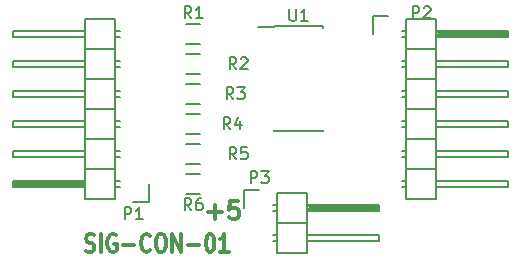
<source format=gbr>
G04 #@! TF.FileFunction,Legend,Top*
%FSLAX46Y46*%
G04 Gerber Fmt 4.6, Leading zero omitted, Abs format (unit mm)*
G04 Created by KiCad (PCBNEW (after 2015-mar-04 BZR unknown)-product) date 11/2/2016 4:10:59 PM*
%MOMM*%
G01*
G04 APERTURE LIST*
%ADD10C,0.150000*%
%ADD11C,0.300000*%
G04 APERTURE END LIST*
D10*
D11*
X36814286Y-40493143D02*
X37957143Y-40493143D01*
X37385714Y-41064571D02*
X37385714Y-39921714D01*
X39385715Y-39564571D02*
X38671429Y-39564571D01*
X38600000Y-40278857D01*
X38671429Y-40207429D01*
X38814286Y-40136000D01*
X39171429Y-40136000D01*
X39314286Y-40207429D01*
X39385715Y-40278857D01*
X39457143Y-40421714D01*
X39457143Y-40778857D01*
X39385715Y-40921714D01*
X39314286Y-40993143D01*
X39171429Y-41064571D01*
X38814286Y-41064571D01*
X38671429Y-40993143D01*
X38600000Y-40921714D01*
X26464381Y-43787143D02*
X26645809Y-43858571D01*
X26948190Y-43858571D01*
X27069143Y-43787143D01*
X27129619Y-43715714D01*
X27190095Y-43572857D01*
X27190095Y-43430000D01*
X27129619Y-43287143D01*
X27069143Y-43215714D01*
X26948190Y-43144286D01*
X26706286Y-43072857D01*
X26585333Y-43001429D01*
X26524857Y-42930000D01*
X26464381Y-42787143D01*
X26464381Y-42644286D01*
X26524857Y-42501429D01*
X26585333Y-42430000D01*
X26706286Y-42358571D01*
X27008666Y-42358571D01*
X27190095Y-42430000D01*
X27734381Y-43858571D02*
X27734381Y-42358571D01*
X29004381Y-42430000D02*
X28883429Y-42358571D01*
X28702000Y-42358571D01*
X28520572Y-42430000D01*
X28399619Y-42572857D01*
X28339143Y-42715714D01*
X28278667Y-43001429D01*
X28278667Y-43215714D01*
X28339143Y-43501429D01*
X28399619Y-43644286D01*
X28520572Y-43787143D01*
X28702000Y-43858571D01*
X28822952Y-43858571D01*
X29004381Y-43787143D01*
X29064857Y-43715714D01*
X29064857Y-43215714D01*
X28822952Y-43215714D01*
X29609143Y-43287143D02*
X30576762Y-43287143D01*
X31907238Y-43715714D02*
X31846762Y-43787143D01*
X31665333Y-43858571D01*
X31544381Y-43858571D01*
X31362953Y-43787143D01*
X31242000Y-43644286D01*
X31181524Y-43501429D01*
X31121048Y-43215714D01*
X31121048Y-43001429D01*
X31181524Y-42715714D01*
X31242000Y-42572857D01*
X31362953Y-42430000D01*
X31544381Y-42358571D01*
X31665333Y-42358571D01*
X31846762Y-42430000D01*
X31907238Y-42501429D01*
X32693429Y-42358571D02*
X32935333Y-42358571D01*
X33056286Y-42430000D01*
X33177238Y-42572857D01*
X33237714Y-42858571D01*
X33237714Y-43358571D01*
X33177238Y-43644286D01*
X33056286Y-43787143D01*
X32935333Y-43858571D01*
X32693429Y-43858571D01*
X32572476Y-43787143D01*
X32451524Y-43644286D01*
X32391048Y-43358571D01*
X32391048Y-42858571D01*
X32451524Y-42572857D01*
X32572476Y-42430000D01*
X32693429Y-42358571D01*
X33782000Y-43858571D02*
X33782000Y-42358571D01*
X34507714Y-43858571D01*
X34507714Y-42358571D01*
X35112476Y-43287143D02*
X36080095Y-43287143D01*
X36926762Y-42358571D02*
X37047714Y-42358571D01*
X37168666Y-42430000D01*
X37229143Y-42501429D01*
X37289619Y-42644286D01*
X37350095Y-42930000D01*
X37350095Y-43287143D01*
X37289619Y-43572857D01*
X37229143Y-43715714D01*
X37168666Y-43787143D01*
X37047714Y-43858571D01*
X36926762Y-43858571D01*
X36805809Y-43787143D01*
X36745333Y-43715714D01*
X36684857Y-43572857D01*
X36624381Y-43287143D01*
X36624381Y-42930000D01*
X36684857Y-42644286D01*
X36745333Y-42501429D01*
X36805809Y-42430000D01*
X36926762Y-42358571D01*
X38559619Y-43858571D02*
X37833905Y-43858571D01*
X38196762Y-43858571D02*
X38196762Y-42358571D01*
X38075810Y-42572857D01*
X37954857Y-42715714D01*
X37833905Y-42787143D01*
D10*
X34960000Y-24525000D02*
X36160000Y-24525000D01*
X36160000Y-26275000D02*
X34960000Y-26275000D01*
X34960000Y-27065000D02*
X36160000Y-27065000D01*
X36160000Y-28815000D02*
X34960000Y-28815000D01*
X34960000Y-29605000D02*
X36160000Y-29605000D01*
X36160000Y-31355000D02*
X34960000Y-31355000D01*
X34960000Y-32145000D02*
X36160000Y-32145000D01*
X36160000Y-33895000D02*
X34960000Y-33895000D01*
X34960000Y-34685000D02*
X36160000Y-34685000D01*
X36160000Y-36435000D02*
X34960000Y-36435000D01*
X34960000Y-37225000D02*
X36160000Y-37225000D01*
X36160000Y-38975000D02*
X34960000Y-38975000D01*
X42375000Y-24760000D02*
X42375000Y-24785000D01*
X46525000Y-24760000D02*
X46525000Y-24875000D01*
X46525000Y-33660000D02*
X46525000Y-33545000D01*
X42375000Y-33660000D02*
X42375000Y-33545000D01*
X42375000Y-24760000D02*
X46525000Y-24760000D01*
X42375000Y-33660000D02*
X46525000Y-33660000D01*
X42375000Y-24785000D02*
X41000000Y-24785000D01*
X31780000Y-39650000D02*
X31780000Y-38100000D01*
X30480000Y-39650000D02*
X31780000Y-39650000D01*
X26289000Y-38227000D02*
X20447000Y-38227000D01*
X20447000Y-38227000D02*
X20447000Y-37973000D01*
X20447000Y-37973000D02*
X26289000Y-37973000D01*
X26289000Y-37973000D02*
X26289000Y-38100000D01*
X26289000Y-38100000D02*
X20447000Y-38100000D01*
X28956000Y-38354000D02*
X29337000Y-38354000D01*
X28956000Y-37846000D02*
X29337000Y-37846000D01*
X28956000Y-35814000D02*
X29337000Y-35814000D01*
X28956000Y-35306000D02*
X29337000Y-35306000D01*
X28956000Y-33274000D02*
X29337000Y-33274000D01*
X28956000Y-32766000D02*
X29337000Y-32766000D01*
X28956000Y-25146000D02*
X29337000Y-25146000D01*
X28956000Y-25654000D02*
X29337000Y-25654000D01*
X28956000Y-27686000D02*
X29337000Y-27686000D01*
X28956000Y-28194000D02*
X29337000Y-28194000D01*
X28956000Y-30226000D02*
X29337000Y-30226000D01*
X28956000Y-30734000D02*
X29337000Y-30734000D01*
X28956000Y-39370000D02*
X26416000Y-39370000D01*
X28956000Y-36830000D02*
X26416000Y-36830000D01*
X28956000Y-36830000D02*
X28956000Y-34290000D01*
X28956000Y-34290000D02*
X26416000Y-34290000D01*
X26416000Y-35814000D02*
X20320000Y-35814000D01*
X20320000Y-35814000D02*
X20320000Y-35306000D01*
X20320000Y-35306000D02*
X26416000Y-35306000D01*
X26416000Y-34290000D02*
X26416000Y-36830000D01*
X26416000Y-36830000D02*
X26416000Y-39370000D01*
X20320000Y-37846000D02*
X26416000Y-37846000D01*
X20320000Y-38354000D02*
X20320000Y-37846000D01*
X26416000Y-38354000D02*
X20320000Y-38354000D01*
X28956000Y-36830000D02*
X26416000Y-36830000D01*
X28956000Y-39370000D02*
X28956000Y-36830000D01*
X28956000Y-29210000D02*
X26416000Y-29210000D01*
X28956000Y-29210000D02*
X28956000Y-26670000D01*
X28956000Y-26670000D02*
X26416000Y-26670000D01*
X26416000Y-28194000D02*
X20320000Y-28194000D01*
X20320000Y-28194000D02*
X20320000Y-27686000D01*
X20320000Y-27686000D02*
X26416000Y-27686000D01*
X26416000Y-26670000D02*
X26416000Y-29210000D01*
X26416000Y-24130000D02*
X26416000Y-26670000D01*
X20320000Y-25146000D02*
X26416000Y-25146000D01*
X20320000Y-25654000D02*
X20320000Y-25146000D01*
X26416000Y-25654000D02*
X20320000Y-25654000D01*
X28956000Y-24130000D02*
X26416000Y-24130000D01*
X28956000Y-26670000D02*
X28956000Y-24130000D01*
X28956000Y-26670000D02*
X26416000Y-26670000D01*
X28956000Y-31750000D02*
X26416000Y-31750000D01*
X28956000Y-31750000D02*
X28956000Y-29210000D01*
X28956000Y-29210000D02*
X26416000Y-29210000D01*
X26416000Y-30734000D02*
X20320000Y-30734000D01*
X20320000Y-30734000D02*
X20320000Y-30226000D01*
X20320000Y-30226000D02*
X26416000Y-30226000D01*
X26416000Y-29210000D02*
X26416000Y-31750000D01*
X26416000Y-31750000D02*
X26416000Y-34290000D01*
X20320000Y-32766000D02*
X26416000Y-32766000D01*
X20320000Y-33274000D02*
X20320000Y-32766000D01*
X26416000Y-33274000D02*
X20320000Y-33274000D01*
X28956000Y-31750000D02*
X26416000Y-31750000D01*
X28956000Y-34290000D02*
X28956000Y-31750000D01*
X28956000Y-34290000D02*
X26416000Y-34290000D01*
X50770000Y-23850000D02*
X50770000Y-25400000D01*
X52070000Y-23850000D02*
X50770000Y-23850000D01*
X56261000Y-25273000D02*
X62103000Y-25273000D01*
X62103000Y-25273000D02*
X62103000Y-25527000D01*
X62103000Y-25527000D02*
X56261000Y-25527000D01*
X56261000Y-25527000D02*
X56261000Y-25400000D01*
X56261000Y-25400000D02*
X62103000Y-25400000D01*
X53594000Y-25146000D02*
X53213000Y-25146000D01*
X53594000Y-25654000D02*
X53213000Y-25654000D01*
X53594000Y-27686000D02*
X53213000Y-27686000D01*
X53594000Y-28194000D02*
X53213000Y-28194000D01*
X53594000Y-30226000D02*
X53213000Y-30226000D01*
X53594000Y-30734000D02*
X53213000Y-30734000D01*
X53594000Y-38354000D02*
X53213000Y-38354000D01*
X53594000Y-37846000D02*
X53213000Y-37846000D01*
X53594000Y-35814000D02*
X53213000Y-35814000D01*
X53594000Y-35306000D02*
X53213000Y-35306000D01*
X53594000Y-33274000D02*
X53213000Y-33274000D01*
X53594000Y-32766000D02*
X53213000Y-32766000D01*
X53594000Y-24130000D02*
X56134000Y-24130000D01*
X53594000Y-26670000D02*
X56134000Y-26670000D01*
X53594000Y-26670000D02*
X53594000Y-29210000D01*
X53594000Y-29210000D02*
X56134000Y-29210000D01*
X56134000Y-27686000D02*
X62230000Y-27686000D01*
X62230000Y-27686000D02*
X62230000Y-28194000D01*
X62230000Y-28194000D02*
X56134000Y-28194000D01*
X56134000Y-29210000D02*
X56134000Y-26670000D01*
X56134000Y-26670000D02*
X56134000Y-24130000D01*
X62230000Y-25654000D02*
X56134000Y-25654000D01*
X62230000Y-25146000D02*
X62230000Y-25654000D01*
X56134000Y-25146000D02*
X62230000Y-25146000D01*
X53594000Y-26670000D02*
X56134000Y-26670000D01*
X53594000Y-24130000D02*
X53594000Y-26670000D01*
X53594000Y-34290000D02*
X56134000Y-34290000D01*
X53594000Y-34290000D02*
X53594000Y-36830000D01*
X53594000Y-36830000D02*
X56134000Y-36830000D01*
X56134000Y-35306000D02*
X62230000Y-35306000D01*
X62230000Y-35306000D02*
X62230000Y-35814000D01*
X62230000Y-35814000D02*
X56134000Y-35814000D01*
X56134000Y-36830000D02*
X56134000Y-34290000D01*
X56134000Y-39370000D02*
X56134000Y-36830000D01*
X62230000Y-38354000D02*
X56134000Y-38354000D01*
X62230000Y-37846000D02*
X62230000Y-38354000D01*
X56134000Y-37846000D02*
X62230000Y-37846000D01*
X53594000Y-39370000D02*
X56134000Y-39370000D01*
X53594000Y-36830000D02*
X53594000Y-39370000D01*
X53594000Y-36830000D02*
X56134000Y-36830000D01*
X53594000Y-31750000D02*
X56134000Y-31750000D01*
X53594000Y-31750000D02*
X53594000Y-34290000D01*
X53594000Y-34290000D02*
X56134000Y-34290000D01*
X56134000Y-32766000D02*
X62230000Y-32766000D01*
X62230000Y-32766000D02*
X62230000Y-33274000D01*
X62230000Y-33274000D02*
X56134000Y-33274000D01*
X56134000Y-34290000D02*
X56134000Y-31750000D01*
X56134000Y-31750000D02*
X56134000Y-29210000D01*
X62230000Y-30734000D02*
X56134000Y-30734000D01*
X62230000Y-30226000D02*
X62230000Y-30734000D01*
X56134000Y-30226000D02*
X62230000Y-30226000D01*
X53594000Y-31750000D02*
X56134000Y-31750000D01*
X53594000Y-29210000D02*
X53594000Y-31750000D01*
X53594000Y-29210000D02*
X56134000Y-29210000D01*
X39848000Y-38582000D02*
X39848000Y-40132000D01*
X41148000Y-38582000D02*
X39848000Y-38582000D01*
X45339000Y-40005000D02*
X51181000Y-40005000D01*
X51181000Y-40005000D02*
X51181000Y-40259000D01*
X51181000Y-40259000D02*
X45339000Y-40259000D01*
X45339000Y-40259000D02*
X45339000Y-40132000D01*
X45339000Y-40132000D02*
X51181000Y-40132000D01*
X42672000Y-39878000D02*
X42291000Y-39878000D01*
X42672000Y-40386000D02*
X42291000Y-40386000D01*
X42672000Y-42418000D02*
X42291000Y-42418000D01*
X42672000Y-42926000D02*
X42291000Y-42926000D01*
X42672000Y-38862000D02*
X45212000Y-38862000D01*
X42672000Y-41402000D02*
X45212000Y-41402000D01*
X42672000Y-41402000D02*
X42672000Y-43942000D01*
X42672000Y-43942000D02*
X45212000Y-43942000D01*
X45212000Y-42418000D02*
X51308000Y-42418000D01*
X51308000Y-42418000D02*
X51308000Y-42926000D01*
X51308000Y-42926000D02*
X45212000Y-42926000D01*
X45212000Y-43942000D02*
X45212000Y-41402000D01*
X45212000Y-41402000D02*
X45212000Y-38862000D01*
X51308000Y-40386000D02*
X45212000Y-40386000D01*
X51308000Y-39878000D02*
X51308000Y-40386000D01*
X45212000Y-39878000D02*
X51308000Y-39878000D01*
X42672000Y-41402000D02*
X45212000Y-41402000D01*
X42672000Y-38862000D02*
X42672000Y-41402000D01*
X35393334Y-24074381D02*
X35060000Y-23598190D01*
X34821905Y-24074381D02*
X34821905Y-23074381D01*
X35202858Y-23074381D01*
X35298096Y-23122000D01*
X35345715Y-23169619D01*
X35393334Y-23264857D01*
X35393334Y-23407714D01*
X35345715Y-23502952D01*
X35298096Y-23550571D01*
X35202858Y-23598190D01*
X34821905Y-23598190D01*
X36345715Y-24074381D02*
X35774286Y-24074381D01*
X36060000Y-24074381D02*
X36060000Y-23074381D01*
X35964762Y-23217238D01*
X35869524Y-23312476D01*
X35774286Y-23360095D01*
X39203334Y-28392381D02*
X38870000Y-27916190D01*
X38631905Y-28392381D02*
X38631905Y-27392381D01*
X39012858Y-27392381D01*
X39108096Y-27440000D01*
X39155715Y-27487619D01*
X39203334Y-27582857D01*
X39203334Y-27725714D01*
X39155715Y-27820952D01*
X39108096Y-27868571D01*
X39012858Y-27916190D01*
X38631905Y-27916190D01*
X39584286Y-27487619D02*
X39631905Y-27440000D01*
X39727143Y-27392381D01*
X39965239Y-27392381D01*
X40060477Y-27440000D01*
X40108096Y-27487619D01*
X40155715Y-27582857D01*
X40155715Y-27678095D01*
X40108096Y-27820952D01*
X39536667Y-28392381D01*
X40155715Y-28392381D01*
X38949334Y-30932381D02*
X38616000Y-30456190D01*
X38377905Y-30932381D02*
X38377905Y-29932381D01*
X38758858Y-29932381D01*
X38854096Y-29980000D01*
X38901715Y-30027619D01*
X38949334Y-30122857D01*
X38949334Y-30265714D01*
X38901715Y-30360952D01*
X38854096Y-30408571D01*
X38758858Y-30456190D01*
X38377905Y-30456190D01*
X39282667Y-29932381D02*
X39901715Y-29932381D01*
X39568381Y-30313333D01*
X39711239Y-30313333D01*
X39806477Y-30360952D01*
X39854096Y-30408571D01*
X39901715Y-30503810D01*
X39901715Y-30741905D01*
X39854096Y-30837143D01*
X39806477Y-30884762D01*
X39711239Y-30932381D01*
X39425524Y-30932381D01*
X39330286Y-30884762D01*
X39282667Y-30837143D01*
X38695334Y-33472381D02*
X38362000Y-32996190D01*
X38123905Y-33472381D02*
X38123905Y-32472381D01*
X38504858Y-32472381D01*
X38600096Y-32520000D01*
X38647715Y-32567619D01*
X38695334Y-32662857D01*
X38695334Y-32805714D01*
X38647715Y-32900952D01*
X38600096Y-32948571D01*
X38504858Y-32996190D01*
X38123905Y-32996190D01*
X39552477Y-32805714D02*
X39552477Y-33472381D01*
X39314381Y-32424762D02*
X39076286Y-33139048D01*
X39695334Y-33139048D01*
X39203334Y-36012381D02*
X38870000Y-35536190D01*
X38631905Y-36012381D02*
X38631905Y-35012381D01*
X39012858Y-35012381D01*
X39108096Y-35060000D01*
X39155715Y-35107619D01*
X39203334Y-35202857D01*
X39203334Y-35345714D01*
X39155715Y-35440952D01*
X39108096Y-35488571D01*
X39012858Y-35536190D01*
X38631905Y-35536190D01*
X40108096Y-35012381D02*
X39631905Y-35012381D01*
X39584286Y-35488571D01*
X39631905Y-35440952D01*
X39727143Y-35393333D01*
X39965239Y-35393333D01*
X40060477Y-35440952D01*
X40108096Y-35488571D01*
X40155715Y-35583810D01*
X40155715Y-35821905D01*
X40108096Y-35917143D01*
X40060477Y-35964762D01*
X39965239Y-36012381D01*
X39727143Y-36012381D01*
X39631905Y-35964762D01*
X39584286Y-35917143D01*
X35393334Y-40330381D02*
X35060000Y-39854190D01*
X34821905Y-40330381D02*
X34821905Y-39330381D01*
X35202858Y-39330381D01*
X35298096Y-39378000D01*
X35345715Y-39425619D01*
X35393334Y-39520857D01*
X35393334Y-39663714D01*
X35345715Y-39758952D01*
X35298096Y-39806571D01*
X35202858Y-39854190D01*
X34821905Y-39854190D01*
X36250477Y-39330381D02*
X36060000Y-39330381D01*
X35964762Y-39378000D01*
X35917143Y-39425619D01*
X35821905Y-39568476D01*
X35774286Y-39758952D01*
X35774286Y-40139905D01*
X35821905Y-40235143D01*
X35869524Y-40282762D01*
X35964762Y-40330381D01*
X36155239Y-40330381D01*
X36250477Y-40282762D01*
X36298096Y-40235143D01*
X36345715Y-40139905D01*
X36345715Y-39901810D01*
X36298096Y-39806571D01*
X36250477Y-39758952D01*
X36155239Y-39711333D01*
X35964762Y-39711333D01*
X35869524Y-39758952D01*
X35821905Y-39806571D01*
X35774286Y-39901810D01*
X43688095Y-23287381D02*
X43688095Y-24096905D01*
X43735714Y-24192143D01*
X43783333Y-24239762D01*
X43878571Y-24287381D01*
X44069048Y-24287381D01*
X44164286Y-24239762D01*
X44211905Y-24192143D01*
X44259524Y-24096905D01*
X44259524Y-23287381D01*
X45259524Y-24287381D02*
X44688095Y-24287381D01*
X44973809Y-24287381D02*
X44973809Y-23287381D01*
X44878571Y-23430238D01*
X44783333Y-23525476D01*
X44688095Y-23573095D01*
X29741905Y-41092381D02*
X29741905Y-40092381D01*
X30122858Y-40092381D01*
X30218096Y-40140000D01*
X30265715Y-40187619D01*
X30313334Y-40282857D01*
X30313334Y-40425714D01*
X30265715Y-40520952D01*
X30218096Y-40568571D01*
X30122858Y-40616190D01*
X29741905Y-40616190D01*
X31265715Y-41092381D02*
X30694286Y-41092381D01*
X30980000Y-41092381D02*
X30980000Y-40092381D01*
X30884762Y-40235238D01*
X30789524Y-40330476D01*
X30694286Y-40378095D01*
X54125905Y-24074381D02*
X54125905Y-23074381D01*
X54506858Y-23074381D01*
X54602096Y-23122000D01*
X54649715Y-23169619D01*
X54697334Y-23264857D01*
X54697334Y-23407714D01*
X54649715Y-23502952D01*
X54602096Y-23550571D01*
X54506858Y-23598190D01*
X54125905Y-23598190D01*
X55078286Y-23169619D02*
X55125905Y-23122000D01*
X55221143Y-23074381D01*
X55459239Y-23074381D01*
X55554477Y-23122000D01*
X55602096Y-23169619D01*
X55649715Y-23264857D01*
X55649715Y-23360095D01*
X55602096Y-23502952D01*
X55030667Y-24074381D01*
X55649715Y-24074381D01*
X40409905Y-38044381D02*
X40409905Y-37044381D01*
X40790858Y-37044381D01*
X40886096Y-37092000D01*
X40933715Y-37139619D01*
X40981334Y-37234857D01*
X40981334Y-37377714D01*
X40933715Y-37472952D01*
X40886096Y-37520571D01*
X40790858Y-37568190D01*
X40409905Y-37568190D01*
X41314667Y-37044381D02*
X41933715Y-37044381D01*
X41600381Y-37425333D01*
X41743239Y-37425333D01*
X41838477Y-37472952D01*
X41886096Y-37520571D01*
X41933715Y-37615810D01*
X41933715Y-37853905D01*
X41886096Y-37949143D01*
X41838477Y-37996762D01*
X41743239Y-38044381D01*
X41457524Y-38044381D01*
X41362286Y-37996762D01*
X41314667Y-37949143D01*
M02*

</source>
